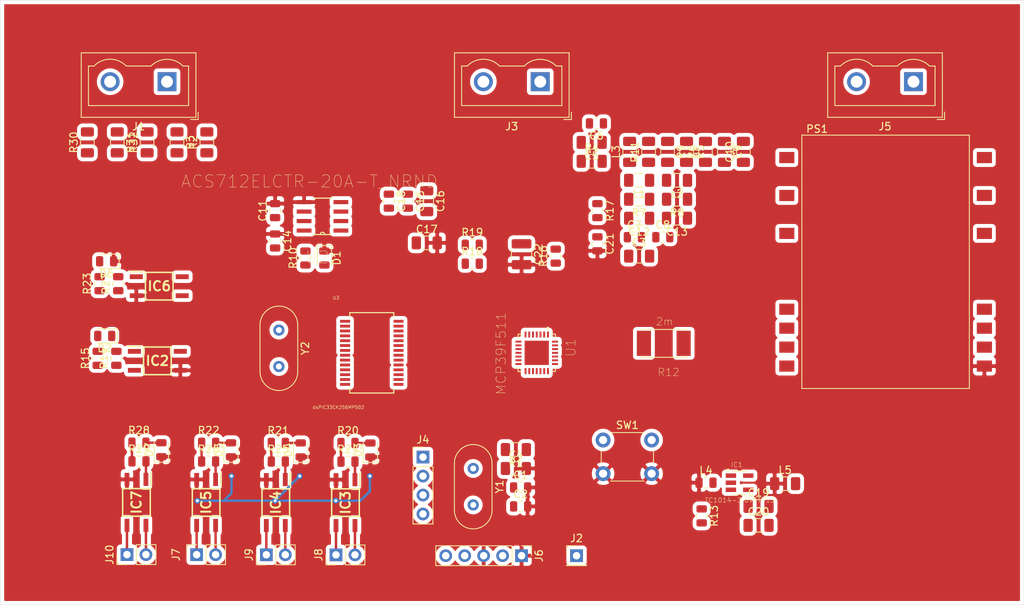
<source format=kicad_pcb>
(kicad_pcb (version 20171130) (host pcbnew "(5.1.4-0-10_14)")
  (title_block (title "Invertor Measurement Board") (date 10/3/2019) (rev 1.0) (company LORA) (comment 1 "Trần Hoàng Phương"))
  (layers (0 F.Cu power) (31 B.Cu signal) (34 B.Paste user) (35 F.Paste user) (36 B.SilkS user) (37 F.SilkS user) (38 B.Mask user) (39 F.Mask user) (44 Edge.Cuts user))
  (net 0 "")
  (net 1 GNDD)
  (net 2 "Net-(C1-Pad1)")
  (net 3 "Net-(C2-Pad1)")
  (net 4 GNDPWR)
  (net 5 /AVDD)
  (net 6 /3.3VDC)
  (net 7 "Net-(C6-Pad2)")
  (net 8 "Net-(C9-Pad2)")
  (net 9 "Net-(C10-Pad1)")
  (net 10 "Net-(C11-Pad1)")
  (net 11 "Net-(C12-Pad2)")
  (net 12 "Net-(C13-Pad1)")
  (net 13 "Net-(C15-Pad1)")
  (net 14 "Net-(C18-Pad1)")
  (net 15 "Net-(C19-Pad1)")
  (net 16 "Net-(C21-Pad1)")
  (net 17 "Net-(D1-Pad2)")
  (net 18 "Net-(D2-Pad2)")
  (net 19 "Net-(D3-Pad2)")
  (net 20 "Net-(D4-Pad2)")
  (net 21 "Net-(D5-Pad2)")
  (net 22 "Net-(D6-Pad2)")
  (net 23 "Net-(D7-Pad2)")
  (net 24 "Net-(IC1-Pad2)")
  (net 25 "Net-(IC1-Pad3)")
  (net 26 "Net-(IC2-Pad1)")
  (net 27 /RX)
  (net 28 "Net-(IC3-Pad1)")
  (net 29 "Net-(IC3-Pad3)")
  (net 30 "Net-(IC3-Pad4)")
  (net 31 "Net-(IC4-Pad4)")
  (net 32 "Net-(IC4-Pad3)")
  (net 33 "Net-(IC4-Pad1)")
  (net 34 "Net-(IC5-Pad4)")
  (net 35 "Net-(IC5-Pad3)")
  (net 36 "Net-(IC5-Pad1)")
  (net 37 "Net-(IC6-Pad1)")
  (net 38 /RXMCU)
  (net 39 "Net-(IC7-Pad4)")
  (net 40 "Net-(IC7-Pad3)")
  (net 41 "Net-(IC7-Pad1)")
  (net 42 "Net-(J1-Pad2)")
  (net 43 "Net-(J2-Pad1)")
  (net 44 /STRINGDC+)
  (net 45 /MISO)
  (net 46 /MOSI)
  (net 47 /SCK)
  (net 48 /~SS)
  (net 49 /AC\L)
  (net 50 /AC\N)
  (net 51 /GPD)
  (net 52 /GPC)
  (net 53 "Net-(L1-Pad1)")
  (net 54 "Net-(L1-Pad2)")
  (net 55 "Net-(L2-Pad2)")
  (net 56 "Net-(L2-Pad1)")
  (net 57 "Net-(L3-Pad1)")
  (net 58 "Net-(R2-Pad1)")
  (net 59 /VOLTDC)
  (net 60 "Net-(R4-Pad2)")
  (net 61 "Net-(R11-Pad2)")
  (net 62 /TXMCU)
  (net 63 "Net-(R16-Pad2)")
  (net 64 /EVENT1)
  (net 65 /EVENT2)
  (net 66 /PWD)
  (net 67 /TX)
  (net 68 /ZCD)
  (net 69 "Net-(R30-Pad2)")
  (net 70 "Net-(R31-Pad2)")
  (net 71 "Net-(U1-Pad2)")
  (net 72 "Net-(U1-Pad3)")
  (net 73 /PT1)
  (net 74 "Net-(U1-Pad8)")
  (net 75 "Net-(U1-Pad9)")
  (net 76 /PWM)
  (net 77 "Net-(U1-Pad28)")
  (net 78 /CURDC)
  (net 79 "Net-(U3-Pad1)")
  (net 80 "Net-(U3-Pad2)")
  (net 81 "Net-(U3-Pad15)")
  (net 82 "Net-(U3-Pad16)")
  (net 83 "Net-(U3-Pad21)")
  (net 84 "Net-(U3-Pad22)")
  (net 85 "Net-(U3-Pad23)")
  (net 86 "Net-(U3-Pad26)")
  (net 87 "Net-(U3-Pad28)")
  (module Connector_PinSocket_2.54mm:PinSocket_1x02_P2.54mm_Vertical (layer F.Cu) (at 43.083468 89.780982 90)
    (fp_text reference J7 (at 0 -2.77 90) (layer F.SilkS))
    (fp_text value PWD)
    (pad 1 thru_hole rect (at 0 0 90) (size 1.7 1.7) (drill 1) (layers *.Cu *.Mask) (net 35 "Net-(IC5-Pad3)"))
    (pad 2 thru_hole oval (at 0 2.54 90) (size 1.7 1.7) (drill 1) (layers *.Cu *.Mask) (net 34 "Net-(IC5-Pad4)"))
  )
  (module InvertorMeasurement_kicad:dsPIC33CK256MP502 (layer F.Cu) (at 66.548 62.738)
    (fp_text reference U3 (at -4.79394 -7.37869) (layer F.SilkS) (effects (font (size 0.437085 0.437085) (thickness 0.05))))
    (fp_text value dsPIC33CK256MP502 (at -4.46545 7.29544) (layer F.SilkS) (effects (font (size 0.432147 0.432147) (thickness 0.05))))
    (pad 1 smd rect (at -3.5814 -4.22656) (size 1.3462 0.381) (layers F.Cu F.Paste F.Mask) (net 79 "Net-(U3-Pad1)"))
    (pad 2 smd rect (at -3.5814 -3.57632) (size 1.3462 0.381) (layers F.Cu F.Paste F.Mask) (net 80 "Net-(U3-Pad2)"))
    (pad 3 smd rect (at -3.5814 -2.92608) (size 1.3462 0.381) (layers F.Cu F.Paste F.Mask) (net 59 /VOLTDC))
    (pad 4 smd rect (at -3.5814 -2.27584) (size 1.3462 0.381) (layers F.Cu F.Paste F.Mask) (net 78 /CURDC))
    (pad 5 smd rect (at -3.5814 -1.6256) (size 1.3462 0.381) (layers F.Cu F.Paste F.Mask) (net 5 /AVDD))
    (pad 6 smd rect (at -3.5814 -0.975359) (size 1.3462 0.381) (layers F.Cu F.Paste F.Mask) (net 4 GNDPWR))
    (pad 7 smd rect (at -3.5814 -0.325119) (size 1.3462 0.381) (layers F.Cu F.Paste F.Mask) (net 6 /3.3VDC))
    (pad 8 smd rect (at -3.5814 0.325119) (size 1.3462 0.381) (layers F.Cu F.Paste F.Mask) (net 1 GNDD))
    (pad 9 smd rect (at -3.5814 0.975359) (size 1.3462 0.381) (layers F.Cu F.Paste F.Mask) (net 13 "Net-(C15-Pad1)"))
    (pad 10 smd rect (at -3.5814 1.6256) (size 1.3462 0.381) (layers F.Cu F.Paste F.Mask) (net 14 "Net-(C18-Pad1)"))
    (pad 11 smd rect (at -3.5814 2.27584) (size 1.3462 0.381) (layers F.Cu F.Paste F.Mask) (net 45 /MISO))
    (pad 12 smd rect (at -3.5814 2.92608) (size 1.3462 0.381) (layers F.Cu F.Paste F.Mask) (net 46 /MOSI))
    (pad 13 smd rect (at -3.5814 3.57632) (size 1.3462 0.381) (layers F.Cu F.Paste F.Mask) (net 47 /SCK))
    (pad 14 smd rect (at -3.5814 4.22656) (size 1.3462 0.381) (layers F.Cu F.Paste F.Mask) (net 48 /~SS))
    (pad 15 smd rect (at 3.5814 4.22656) (size 1.3462 0.381) (layers F.Cu F.Paste F.Mask) (net 81 "Net-(U3-Pad15)"))
    (pad 16 smd rect (at 3.5814 3.57632) (size 1.3462 0.381) (layers F.Cu F.Paste F.Mask) (net 82 "Net-(U3-Pad16)"))
    (pad 17 smd rect (at 3.5814 2.92608) (size 1.3462 0.381) (layers F.Cu F.Paste F.Mask) (net 52 /GPC))
    (pad 18 smd rect (at 3.5814 2.27584) (size 1.3462 0.381) (layers F.Cu F.Paste F.Mask) (net 51 /GPD))
    (pad 19 smd rect (at 3.5814 1.6256) (size 1.3462 0.381) (layers F.Cu F.Paste F.Mask) (net 1 GNDD))
    (pad 20 smd rect (at 3.5814 0.975359) (size 1.3462 0.381) (layers F.Cu F.Paste F.Mask) (net 6 /3.3VDC))
    (pad 21 smd rect (at 3.5814 0.325119) (size 1.3462 0.381) (layers F.Cu F.Paste F.Mask) (net 83 "Net-(U3-Pad21)"))
    (pad 22 smd rect (at 3.5814 -0.325119) (size 1.3462 0.381) (layers F.Cu F.Paste F.Mask) (net 84 "Net-(U3-Pad22)"))
    (pad 23 smd rect (at 3.5814 -0.975359) (size 1.3462 0.381) (layers F.Cu F.Paste F.Mask) (net 85 "Net-(U3-Pad23)"))
    (pad 24 smd rect (at 3.5814 -1.6256) (size 1.3462 0.381) (layers F.Cu F.Paste F.Mask) (net 38 /RXMCU))
    (pad 25 smd rect (at 3.5814 -2.27584) (size 1.3462 0.381) (layers F.Cu F.Paste F.Mask) (net 62 /TXMCU))
    (pad 26 smd rect (at 3.5814 -2.92608) (size 1.3462 0.381) (layers F.Cu F.Paste F.Mask) (net 86 "Net-(U3-Pad26)"))
    (pad 27 smd rect (at 3.5814 -3.57632) (size 1.3462 0.381) (layers F.Cu F.Paste F.Mask) (net 63 "Net-(R16-Pad2)"))
    (pad 28 smd rect (at 3.5814 -4.22656) (size 1.3462 0.381) (layers F.Cu F.Paste F.Mask) (net 87 "Net-(U3-Pad28)"))
  )
  (module InvertorMeasurement_kicad:ShuntMF0.0002Ohm2512 (layer F.Cu) (at 105.664 61.468 180)
    (fp_text reference R12 (at -0.64449 -3.86504) (layer F.SilkS) (effects (font (size 1.01441 1.01441) (thickness 0.05))))
    (fp_text value 2m (at -0.105215 2.91545) (layer F.SilkS) (effects (font (size 1.0185 1.0185) (thickness 0.05))))
    (pad 1 smd rect (at -2.66 0 180) (size 1.9 3.37) (layers F.Cu F.Paste F.Mask) (net 49 /AC\L))
    (pad 2 smd rect (at 2.66 0 180) (size 1.9 3.37) (layers F.Cu F.Paste F.Mask) (net 55 "Net-(L2-Pad2)"))
  )
  (module TerminalBlock:TerminalBlock_Wuerth_691311400102_P7.62mm (layer F.Cu) (at 39.116 26.416 180)
    (fp_text reference J1 (at 3.81 -6) (layer F.SilkS))
    (fp_text value "PV(max600VDC)")
    (pad 1 thru_hole rect (at 0 0 180) (size 2.54 2.54) (drill 1.6) (layers *.Cu *.Mask) (net 4 GNDPWR))
    (pad 2 thru_hole circle (at 7.62 0 180) (size 2.54 2.54) (drill 1.6) (layers *.Cu *.Mask) (net 42 "Net-(J1-Pad2)"))
  )
  (module Capacitor_SMD:C_0805_2012Metric (layer F.Cu) (at 86.487 80.772)
    (fp_text reference C1 (at 0 -1.65) (layer F.SilkS))
    (fp_text value C)
    (pad 2 smd roundrect (at 0.9375 0) (size 0.975 1.4) (layers F.Cu F.Paste F.Mask) (net 1 GNDD))
    (pad 1 smd roundrect (at -0.9375 0) (size 0.975 1.4) (layers F.Cu F.Paste F.Mask) (net 2 "Net-(C1-Pad1)"))
  )
  (module Capacitor_SMD:C_0805_2012Metric (layer F.Cu) (at 86.487 83.312)
    (fp_text reference C2 (at 0 -1.65) (layer F.SilkS))
    (fp_text value C)
    (pad 1 smd roundrect (at -0.9375 0) (size 0.975 1.4) (layers F.Cu F.Paste F.Mask) (net 3 "Net-(C2-Pad1)"))
    (pad 2 smd roundrect (at 0.9375 0) (size 0.975 1.4) (layers F.Cu F.Paste F.Mask) (net 1 GNDD))
  )
  (module Capacitor_SMD:C_1206_3216Metric (layer F.Cu) (at 102.362 49.784)
    (fp_text reference C3 (at 0 -1.82) (layer F.SilkS))
    (fp_text value C)
    (pad 2 smd roundrect (at 1.4 0) (size 1.25 1.75) (layers F.Cu F.Paste F.Mask) (roundrect_rratio 0.2) (net 4 GNDPWR))
    (pad 1 smd roundrect (at -1.4 0) (size 1.25 1.75) (layers F.Cu F.Paste F.Mask) (roundrect_rratio 0.2) (net 5 /AVDD))
  )
  (module Capacitor_SMD:C_1206_3216Metric (layer F.Cu) (at 85.852 78.232)
    (fp_text reference C4 (at 0 -1.82) (layer F.SilkS))
    (fp_text value C)
    (pad 1 smd roundrect (at -1.4 0) (size 1.25 1.75) (layers F.Cu F.Paste F.Mask) (roundrect_rratio 0.2) (net 6 /3.3VDC))
    (pad 2 smd roundrect (at 1.4 0) (size 1.25 1.75) (layers F.Cu F.Paste F.Mask) (roundrect_rratio 0.2) (net 1 GNDD))
  )
  (module Capacitor_SMD:C_1206_3216Metric (layer F.Cu) (at 96.012 34.544 180)
    (fp_text reference C5 (at 0 -1.82) (layer F.SilkS))
    (fp_text value 10uF)
    (pad 1 smd roundrect (at -1.4 0 180) (size 1.25 1.75) (layers F.Cu F.Paste F.Mask) (roundrect_rratio 0.2) (net 4 GNDPWR))
    (pad 2 smd roundrect (at 1.4 0 180) (size 1.25 1.75) (layers F.Cu F.Paste F.Mask) (roundrect_rratio 0.2) (net 6 /3.3VDC))
  )
  (module Capacitor_SMD:C_0805_2012Metric (layer F.Cu) (at 96.647 32.004 180)
    (fp_text reference C6 (at 0 -1.65) (layer F.SilkS))
    (fp_text value 0.1uF)
    (pad 1 smd roundrect (at -0.9375 0 180) (size 0.975 1.4) (layers F.Cu F.Paste F.Mask) (net 4 GNDPWR))
    (pad 2 smd roundrect (at 0.9375 0 180) (size 0.975 1.4) (layers F.Cu F.Paste F.Mask) (net 7 "Net-(C6-Pad2)"))
  )
  (module Capacitor_SMD:C_0805_2012Metric (layer F.Cu) (at 101.727 47.244)
    (fp_text reference C7 (at 0 -1.65) (layer F.SilkS))
    (fp_text value C)
    (pad 1 smd roundrect (at -0.9375 0) (size 0.975 1.4) (layers F.Cu F.Paste F.Mask) (net 5 /AVDD))
    (pad 2 smd roundrect (at 0.9375 0) (size 0.975 1.4) (layers F.Cu F.Paste F.Mask) (net 4 GNDPWR))
  )
  (module Capacitor_SMD:C_0805_2012Metric (layer F.Cu) (at 105.537 47.244)
    (fp_text reference C8 (at 0 -1.65) (layer F.SilkS))
    (fp_text value C)
    (pad 2 smd roundrect (at 0.9375 0) (size 0.975 1.4) (layers F.Cu F.Paste F.Mask) (net 4 GNDPWR))
    (pad 1 smd roundrect (at -0.9375 0) (size 0.975 1.4) (layers F.Cu F.Paste F.Mask) (net 4 GNDPWR))
  )
  (module Capacitor_SMD:C_1206_3216Metric (layer F.Cu) (at 113.792 35.814 270)
    (fp_text reference C9 (at 0 -1.82 90) (layer F.SilkS))
    (fp_text value 33nF)
    (pad 2 smd roundrect (at 1.4 0 270) (size 1.25 1.75) (layers F.Cu F.Paste F.Mask) (roundrect_rratio 0.2) (net 8 "Net-(C9-Pad2)"))
    (pad 1 smd roundrect (at -1.4 0 270) (size 1.25 1.75) (layers F.Cu F.Paste F.Mask) (roundrect_rratio 0.2) (net 4 GNDPWR))
  )
  (module Capacitor_SMD:C_1206_3216Metric (layer F.Cu) (at 116.332 35.814 90)
    (fp_text reference C10 (at 0 -1.82 90) (layer F.SilkS))
    (fp_text value 33nF)
    (pad 1 smd roundrect (at -1.4 0 90) (size 1.25 1.75) (layers F.Cu F.Paste F.Mask) (roundrect_rratio 0.2) (net 9 "Net-(C10-Pad1)"))
    (pad 2 smd roundrect (at 1.4 0 90) (size 1.25 1.75) (layers F.Cu F.Paste F.Mask) (roundrect_rratio 0.2) (net 4 GNDPWR))
  )
  (module Capacitor_SMD:C_0805_2012Metric (layer F.Cu) (at 53.594 43.688 90)
    (fp_text reference C11 (at 0 -1.65 90) (layer F.SilkS))
    (fp_text value C)
    (pad 1 smd roundrect (at -0.9375 0 90) (size 0.975 1.4) (layers F.Cu F.Paste F.Mask) (net 10 "Net-(C11-Pad1)"))
    (pad 2 smd roundrect (at 0.9375 0 90) (size 0.975 1.4) (layers F.Cu F.Paste F.Mask) (net 1 GNDD))
  )
  (module Capacitor_SMD:C_1206_3216Metric (layer F.Cu) (at 102.362 44.704 180)
    (fp_text reference C12 (at 0 -1.82) (layer F.SilkS))
    (fp_text value 33nF)
    (pad 1 smd roundrect (at -1.4 0 180) (size 1.25 1.75) (layers F.Cu F.Paste F.Mask) (roundrect_rratio 0.2) (net 4 GNDPWR))
    (pad 2 smd roundrect (at 1.4 0 180) (size 1.25 1.75) (layers F.Cu F.Paste F.Mask) (roundrect_rratio 0.2) (net 11 "Net-(C12-Pad2)"))
  )
  (module Capacitor_SMD:C_1206_3216Metric (layer F.Cu) (at 107.442 44.704 180)
    (fp_text reference C13 (at 0 -1.82) (layer F.SilkS))
    (fp_text value 33nF)
    (pad 2 smd roundrect (at 1.4 0 180) (size 1.25 1.75) (layers F.Cu F.Paste F.Mask) (roundrect_rratio 0.2) (net 4 GNDPWR))
    (pad 1 smd roundrect (at -1.4 0 180) (size 1.25 1.75) (layers F.Cu F.Paste F.Mask) (roundrect_rratio 0.2) (net 12 "Net-(C13-Pad1)"))
  )
  (module Capacitor_SMD:C_0805_2012Metric (layer F.Cu) (at 53.594 47.752 270)
    (fp_text reference C14 (at 0 -1.65 90) (layer F.SilkS))
    (fp_text value C)
    (pad 1 smd roundrect (at -0.9375 0 270) (size 0.975 1.4) (layers F.Cu F.Paste F.Mask) (net 1 GNDD))
    (pad 2 smd roundrect (at 0.9375 0 270) (size 0.975 1.4) (layers F.Cu F.Paste F.Mask) (net 6 /3.3VDC))
  )
  (module Capacitor_SMD:C_0805_2012Metric (layer F.Cu) (at 71.374 42.418 270)
    (fp_text reference C15 (at 0 -1.65 90) (layer F.SilkS))
    (fp_text value C)
    (pad 2 smd roundrect (at 0.9375 0 270) (size 0.975 1.4) (layers F.Cu F.Paste F.Mask) (net 4 GNDPWR))
    (pad 1 smd roundrect (at -0.9375 0 270) (size 0.975 1.4) (layers F.Cu F.Paste F.Mask) (net 13 "Net-(C15-Pad1)"))
  )
  (module Capacitor_SMD:C_1206_3216Metric (layer F.Cu) (at 73.914 42.418 270)
    (fp_text reference C16 (at 0 -1.82 90) (layer F.SilkS))
    (fp_text value C)
    (pad 1 smd roundrect (at -1.4 0 270) (size 1.25 1.75) (layers F.Cu F.Paste F.Mask) (roundrect_rratio 0.2) (net 5 /AVDD))
    (pad 2 smd roundrect (at 1.4 0 270) (size 1.25 1.75) (layers F.Cu F.Paste F.Mask) (roundrect_rratio 0.2) (net 4 GNDPWR))
  )
  (module Capacitor_SMD:C_1206_3216Metric (layer F.Cu) (at 73.914 48.006)
    (fp_text reference C17 (at 0 -1.82) (layer F.SilkS))
    (fp_text value C)
    (pad 2 smd roundrect (at 1.4 0) (size 1.25 1.75) (layers F.Cu F.Paste F.Mask) (roundrect_rratio 0.2) (net 1 GNDD))
    (pad 1 smd roundrect (at -1.4 0) (size 1.25 1.75) (layers F.Cu F.Paste F.Mask) (roundrect_rratio 0.2) (net 6 /3.3VDC))
  )
  (module Capacitor_SMD:C_0805_2012Metric (layer F.Cu) (at 68.834 42.418 270)
    (fp_text reference C18 (at 0 -1.65 90) (layer F.SilkS))
    (fp_text value C)
    (pad 2 smd roundrect (at 0.9375 0 270) (size 0.975 1.4) (layers F.Cu F.Paste F.Mask) (net 4 GNDPWR))
    (pad 1 smd roundrect (at -0.9375 0 270) (size 0.975 1.4) (layers F.Cu F.Paste F.Mask) (net 14 "Net-(C18-Pad1)"))
  )
  (module Capacitor_SMD:C_1206_3216Metric (layer F.Cu) (at 118.364 83.312)
    (fp_text reference C19 (at 0 -1.82) (layer F.SilkS))
    (fp_text value C)
    (pad 2 smd roundrect (at 1.4 0) (size 1.25 1.75) (layers F.Cu F.Paste F.Mask) (roundrect_rratio 0.2) (net 4 GNDPWR))
    (pad 1 smd roundrect (at -1.4 0) (size 1.25 1.75) (layers F.Cu F.Paste F.Mask) (roundrect_rratio 0.2) (net 15 "Net-(C19-Pad1)"))
  )
  (module Capacitor_SMD:C_1206_3216Metric (layer F.Cu) (at 118.364 85.852)
    (fp_text reference C20 (at 0 -1.82) (layer F.SilkS))
    (fp_text value C)
    (pad 1 smd roundrect (at -1.4 0) (size 1.25 1.75) (layers F.Cu F.Paste F.Mask) (roundrect_rratio 0.2) (net 5 /AVDD))
    (pad 2 smd roundrect (at 1.4 0) (size 1.25 1.75) (layers F.Cu F.Paste F.Mask) (roundrect_rratio 0.2) (net 4 GNDPWR))
  )
  (module Capacitor_SMD:C_0805_2012Metric (layer F.Cu) (at 96.774 48.133 270)
    (fp_text reference C21 (at 0 -1.65 90) (layer F.SilkS))
    (fp_text value C)
    (pad 2 smd roundrect (at 0.9375 0 270) (size 0.975 1.4) (layers F.Cu F.Paste F.Mask) (net 1 GNDD))
    (pad 1 smd roundrect (at -0.9375 0 270) (size 0.975 1.4) (layers F.Cu F.Paste F.Mask) (net 16 "Net-(C21-Pad1)"))
  )
  (module Capacitor_SMD:C_1210_3225Metric (layer F.Cu) (at 86.614 49.53 270)
    (fp_text reference C22 (at 0 -2.28 90) (layer F.SilkS))
    (fp_text value C)
    (pad 1 smd roundrect (at -1.4 0 270) (size 1.25 2.65) (layers F.Cu F.Paste F.Mask) (roundrect_rratio 0.2) (net 6 /3.3VDC))
    (pad 2 smd roundrect (at 1.4 0 270) (size 1.25 2.65) (layers F.Cu F.Paste F.Mask) (roundrect_rratio 0.2) (net 1 GNDD))
  )
  (module LED_SMD:LED_0805_2012Metric (layer F.Cu) (at 60.198 50.038 270)
    (fp_text reference D1 (at 0 -1.65 90) (layer F.SilkS))
    (fp_text value LED)
    (pad 1 smd roundrect (at -0.9375 0 270) (size 0.975 1.4) (layers F.Cu F.Paste F.Mask) (net 1 GNDD))
    (pad 2 smd roundrect (at 0.9375 0 270) (size 0.975 1.4) (layers F.Cu F.Paste F.Mask) (net 17 "Net-(D1-Pad2)"))
  )
  (module LED_SMD:LED_0805_2012Metric (layer F.Cu) (at 30.770859 60.474134 180)
    (fp_text reference D2 (at 0 -1.65) (layer F.SilkS))
    (fp_text value LED)
    (pad 2 smd roundrect (at 0.9375 0 180) (size 0.975 1.4) (layers F.Cu F.Paste F.Mask) (net 18 "Net-(D2-Pad2)"))
    (pad 1 smd roundrect (at -0.9375 0 180) (size 0.975 1.4) (layers F.Cu F.Paste F.Mask) (net 4 GNDPWR))
  )
  (module LED_SMD:LED_0805_2012Metric (layer F.Cu) (at 66.358266 75.754259 90)
    (fp_text reference D3 (at 0 -1.65 90) (layer F.SilkS))
    (fp_text value LED)
    (pad 1 smd roundrect (at -0.9375 0 90) (size 0.975 1.4) (layers F.Cu F.Paste F.Mask) (net 1 GNDD))
    (pad 2 smd roundrect (at 0.9375 0 90) (size 0.975 1.4) (layers F.Cu F.Paste F.Mask) (net 19 "Net-(D3-Pad2)"))
  )
  (module LED_SMD:LED_0805_2012Metric (layer F.Cu) (at 57.025 75.744 90)
    (fp_text reference D4 (at 0 -1.65 90) (layer F.SilkS))
    (fp_text value LED)
    (pad 1 smd roundrect (at -0.9375 0 90) (size 0.975 1.4) (layers F.Cu F.Paste F.Mask) (net 1 GNDD))
    (pad 2 smd roundrect (at 0.9375 0 90) (size 0.975 1.4) (layers F.Cu F.Paste F.Mask) (net 20 "Net-(D4-Pad2)"))
  )
  (module LED_SMD:LED_0805_2012Metric (layer F.Cu) (at 47.689234 75.731241 90)
    (fp_text reference D5 (at 0 -1.65 90) (layer F.SilkS))
    (fp_text value LED)
    (pad 2 smd roundrect (at 0.9375 0 90) (size 0.975 1.4) (layers F.Cu F.Paste F.Mask) (net 21 "Net-(D5-Pad2)"))
    (pad 1 smd roundrect (at -0.9375 0 90) (size 0.975 1.4) (layers F.Cu F.Paste F.Mask) (net 1 GNDD))
  )
  (module LED_SMD:LED_0805_2012Metric (layer F.Cu) (at 31.024859 50.474134 180)
    (fp_text reference D6 (at 0 -1.65) (layer F.SilkS))
    (fp_text value LED)
    (pad 1 smd roundrect (at -0.9375 0 180) (size 0.975 1.4) (layers F.Cu F.Paste F.Mask) (net 1 GNDD))
    (pad 2 smd roundrect (at 0.9375 0 180) (size 0.975 1.4) (layers F.Cu F.Paste F.Mask) (net 22 "Net-(D6-Pad2)"))
  )
  (module LED_SMD:LED_0805_2012Metric (layer F.Cu) (at 38.355968 75.720982 90)
    (fp_text reference D7 (at 0 -1.65 90) (layer F.SilkS))
    (fp_text value LED)
    (pad 2 smd roundrect (at 0.9375 0 90) (size 0.975 1.4) (layers F.Cu F.Paste F.Mask) (net 23 "Net-(D7-Pad2)"))
    (pad 1 smd roundrect (at -0.9375 0 90) (size 0.975 1.4) (layers F.Cu F.Paste F.Mask) (net 1 GNDD))
  )
  (module InvertorMeasurement_kicad:TC1014-3.0V (layer F.Cu) (at 115.824 80.137)
    (fp_text reference IC1 (at -0.3744 -2.4064) (layer F.SilkS) (effects (font (size 0.64 0.64) (thickness 0.05))))
    (fp_text value TC1014-3.0VCT713 (at 0.032 2.3436) (layer F.SilkS) (effects (font (size 0.64 0.64) (thickness 0.05))))
    (pad 1 smd rect (at -1.165 -0.95) (size 1.39 0.6) (layers F.Cu F.Paste F.Mask) (net 6 /3.3VDC))
    (pad 2 smd rect (at -1.165 0) (size 1.39 0.6) (layers F.Cu F.Paste F.Mask) (net 24 "Net-(IC1-Pad2)"))
    (pad 3 smd rect (at -1.165 0.95) (size 1.39 0.6) (layers F.Cu F.Paste F.Mask) (net 25 "Net-(IC1-Pad3)"))
    (pad 4 smd rect (at 1.165 0.95) (size 1.39 0.6) (layers F.Cu F.Paste F.Mask) (net 15 "Net-(C19-Pad1)"))
    (pad 5 smd rect (at 1.165 -0.95) (size 1.39 0.6) (layers F.Cu F.Paste F.Mask) (net 5 /AVDD))
  )
  (module InvertorMeasurement_kicad:HCPL-181-000E (layer F.Cu) (at 37.8206 63.8099)
    (fp_text reference IC2 (at 0 0) (layer F.SilkS) (effects (font (size 1.27 1.27) (thickness 0.254))))
    (fp_text value HCPL-181-000E hide)
    (pad 1 smd rect (at -3.075 -1.27 90) (size 0.65 1.75) (layers F.Cu F.Paste F.Mask) (net 26 "Net-(IC2-Pad1)"))
    (pad 2 smd rect (at -3.075 1.27 90) (size 0.65 1.75) (layers F.Cu F.Paste F.Mask) (net 4 GNDPWR))
    (pad 3 smd rect (at 3.075 1.27 90) (size 0.65 1.75) (layers F.Cu F.Paste F.Mask) (net 1 GNDD))
    (pad 4 smd rect (at 3.075 -1.27 90) (size 0.65 1.75) (layers F.Cu F.Paste F.Mask) (net 27 /RX))
  )
  (module InvertorMeasurement_kicad:HCPL-181-000E (layer F.Cu) (at 63.0225 82.804 270)
    (fp_text reference IC3 (at 0 0 90) (layer F.SilkS) (effects (font (size 1.27 1.27) (thickness 0.254))))
    (fp_text value HCPL-181-000E hide)
    (pad 1 smd rect (at -3.075 -1.27) (size 0.65 1.75) (layers F.Cu F.Paste F.Mask) (net 28 "Net-(IC3-Pad1)"))
    (pad 2 smd rect (at -3.075 1.27) (size 0.65 1.75) (layers F.Cu F.Paste F.Mask) (net 1 GNDD))
    (pad 3 smd rect (at 3.075 1.27) (size 0.65 1.75) (layers F.Cu F.Paste F.Mask) (net 29 "Net-(IC3-Pad3)"))
    (pad 4 smd rect (at 3.075 -1.27) (size 0.65 1.75) (layers F.Cu F.Paste F.Mask) (net 30 "Net-(IC3-Pad4)"))
  )
  (module InvertorMeasurement_kicad:HCPL-181-000E (layer F.Cu) (at 53.689234 82.793741 270)
    (fp_text reference IC4 (at 0 0 90) (layer F.SilkS) (effects (font (size 1.27 1.27) (thickness 0.254))))
    (fp_text value HCPL-181-000E hide)
    (pad 4 smd rect (at 3.075 -1.27) (size 0.65 1.75) (layers F.Cu F.Paste F.Mask) (net 31 "Net-(IC4-Pad4)"))
    (pad 3 smd rect (at 3.075 1.27) (size 0.65 1.75) (layers F.Cu F.Paste F.Mask) (net 32 "Net-(IC4-Pad3)"))
    (pad 2 smd rect (at -3.075 1.27) (size 0.65 1.75) (layers F.Cu F.Paste F.Mask) (net 1 GNDD))
    (pad 1 smd rect (at -3.075 -1.27) (size 0.65 1.75) (layers F.Cu F.Paste F.Mask) (net 33 "Net-(IC4-Pad1)"))
  )
  (module InvertorMeasurement_kicad:HCPL-181-000E (layer F.Cu) (at 44.353468 82.780982 270)
    (fp_text reference IC5 (at 0 0 90) (layer F.SilkS) (effects (font (size 1.27 1.27) (thickness 0.254))))
    (fp_text value HCPL-181-000E hide)
    (pad 4 smd rect (at 3.075 -1.27) (size 0.65 1.75) (layers F.Cu F.Paste F.Mask) (net 34 "Net-(IC5-Pad4)"))
    (pad 3 smd rect (at 3.075 1.27) (size 0.65 1.75) (layers F.Cu F.Paste F.Mask) (net 35 "Net-(IC5-Pad3)"))
    (pad 2 smd rect (at -3.075 1.27) (size 0.65 1.75) (layers F.Cu F.Paste F.Mask) (net 1 GNDD))
    (pad 1 smd rect (at -3.075 -1.27) (size 0.65 1.75) (layers F.Cu F.Paste F.Mask) (net 36 "Net-(IC5-Pad1)"))
  )
  (module InvertorMeasurement_kicad:HCPL-181-000E (layer F.Cu) (at 38.0746 53.8099)
    (fp_text reference IC6 (at 0 0) (layer F.SilkS) (effects (font (size 1.27 1.27) (thickness 0.254))))
    (fp_text value HCPL-181-000E hide)
    (pad 1 smd rect (at -3.075 -1.27 90) (size 0.65 1.75) (layers F.Cu F.Paste F.Mask) (net 37 "Net-(IC6-Pad1)"))
    (pad 2 smd rect (at -3.075 1.27 90) (size 0.65 1.75) (layers F.Cu F.Paste F.Mask) (net 1 GNDD))
    (pad 3 smd rect (at 3.075 1.27 90) (size 0.65 1.75) (layers F.Cu F.Paste F.Mask) (net 4 GNDPWR))
    (pad 4 smd rect (at 3.075 -1.27 90) (size 0.65 1.75) (layers F.Cu F.Paste F.Mask) (net 38 /RXMCU))
  )
  (module InvertorMeasurement_kicad:HCPL-181-000E (layer F.Cu) (at 35.020202 82.770723 270)
    (fp_text reference IC7 (at 0 0 90) (layer F.SilkS) (effects (font (size 1.27 1.27) (thickness 0.254))))
    (fp_text value HCPL-181-000E hide)
    (pad 4 smd rect (at 3.075 -1.27) (size 0.65 1.75) (layers F.Cu F.Paste F.Mask) (net 39 "Net-(IC7-Pad4)"))
    (pad 3 smd rect (at 3.075 1.27) (size 0.65 1.75) (layers F.Cu F.Paste F.Mask) (net 40 "Net-(IC7-Pad3)"))
    (pad 2 smd rect (at -3.075 1.27) (size 0.65 1.75) (layers F.Cu F.Paste F.Mask) (net 1 GNDD))
    (pad 1 smd rect (at -3.075 -1.27) (size 0.65 1.75) (layers F.Cu F.Paste F.Mask) (net 41 "Net-(IC7-Pad1)"))
  )
  (module Connector_PinHeader_2.54mm:PinHeader_1x01_P2.54mm_Vertical (layer F.Cu) (at 93.98 89.916)
    (fp_text reference J2 (at 0 -2.33) (layer F.SilkS))
    (fp_text value AN_IN)
    (pad 1 thru_hole rect (at 0 0) (size 1.7 1.7) (drill 1) (layers *.Cu *.Mask) (net 43 "Net-(J2-Pad1)"))
  )
  (module TerminalBlock:TerminalBlock_Wuerth_691311400102_P7.62mm (layer F.Cu) (at 89.116 26.416 180)
    (fp_text reference J3 (at 3.81 -6) (layer F.SilkS))
    (fp_text value STRINGTOINVERTER)
    (pad 2 thru_hole circle (at 7.62 0 180) (size 2.54 2.54) (drill 1.6) (layers *.Cu *.Mask) (net 4 GNDPWR))
    (pad 1 thru_hole rect (at 0 0 180) (size 2.54 2.54) (drill 1.6) (layers *.Cu *.Mask) (net 44 /STRINGDC+))
  )
  (module Connector_PinHeader_2.54mm:PinHeader_1x04_P2.54mm_Vertical (layer F.Cu) (at 73.406 76.708)
    (fp_text reference J4 (at 0 -2.33) (layer F.SilkS))
    (fp_text value SPI)
    (pad 1 thru_hole rect (at 0 0) (size 1.7 1.7) (drill 1) (layers *.Cu *.Mask) (net 45 /MISO))
    (pad 2 thru_hole oval (at 0 2.54) (size 1.7 1.7) (drill 1) (layers *.Cu *.Mask) (net 46 /MOSI))
    (pad 3 thru_hole oval (at 0 5.08) (size 1.7 1.7) (drill 1) (layers *.Cu *.Mask) (net 47 /SCK))
    (pad 4 thru_hole oval (at 0 7.62) (size 1.7 1.7) (drill 1) (layers *.Cu *.Mask) (net 48 /~SS))
  )
  (module TerminalBlock:TerminalBlock_Wuerth_691311400102_P7.62mm (layer F.Cu) (at 139.116 26.416 180)
    (fp_text reference J5 (at 3.81 -6) (layer F.SilkS))
    (fp_text value "PV(AC)")
    (pad 1 thru_hole rect (at 0 0 180) (size 2.54 2.54) (drill 1.6) (layers *.Cu *.Mask) (net 50 /AC\N))
    (pad 2 thru_hole circle (at 7.62 0 180) (size 2.54 2.54) (drill 1.6) (layers *.Cu *.Mask) (net 49 /AC\L))
  )
  (module Connector_PinHeader_2.54mm:PinHeader_1x05_P2.54mm_Vertical (layer F.Cu) (at 86.614 89.916 270)
    (fp_text reference J6 (at 0 -2.33 90) (layer F.SilkS))
    (fp_text value DEBUGER)
    (pad 1 thru_hole rect (at 0 0 270) (size 1.7 1.7) (drill 1) (layers *.Cu *.Mask) (net 1 GNDD))
    (pad 2 thru_hole oval (at 0 2.54 270) (size 1.7 1.7) (drill 1) (layers *.Cu *.Mask) (net 5 /AVDD))
    (pad 3 thru_hole oval (at 0 5.08 270) (size 1.7 1.7) (drill 1) (layers *.Cu *.Mask) (net 1 GNDD))
    (pad 4 thru_hole oval (at 0 7.62 270) (size 1.7 1.7) (drill 1) (layers *.Cu *.Mask) (net 51 /GPD))
    (pad 5 thru_hole oval (at 0 10.16 270) (size 1.7 1.7) (drill 1) (layers *.Cu *.Mask) (net 52 /GPC))
  )
  (module Connector_PinHeader_2.54mm:PinHeader_1x02_P2.54mm_Vertical (layer F.Cu) (at 61.7525 89.804 90)
    (fp_text reference J8 (at 0 -2.33 90) (layer F.SilkS))
    (fp_text value EVENT1)
    (pad 1 thru_hole rect (at 0 0 90) (size 1.7 1.7) (drill 1) (layers *.Cu *.Mask) (net 29 "Net-(IC3-Pad3)"))
    (pad 2 thru_hole oval (at 0 2.54 90) (size 1.7 1.7) (drill 1) (layers *.Cu *.Mask) (net 30 "Net-(IC3-Pad4)"))
  )
  (module Connector_PinHeader_2.54mm:PinHeader_1x02_P2.54mm_Vertical (layer F.Cu) (at 52.419234 89.793741 90)
    (fp_text reference J9 (at 0 -2.33 90) (layer F.SilkS))
    (fp_text value EVENT2)
    (pad 1 thru_hole rect (at 0 0 90) (size 1.7 1.7) (drill 1) (layers *.Cu *.Mask) (net 32 "Net-(IC4-Pad3)"))
    (pad 2 thru_hole oval (at 0 2.54 90) (size 1.7 1.7) (drill 1) (layers *.Cu *.Mask) (net 31 "Net-(IC4-Pad4)"))
  )
  (module Connector_PinHeader_2.54mm:PinHeader_1x02_P2.54mm_Vertical (layer F.Cu) (at 33.750202 89.770723 90)
    (fp_text reference J10 (at 0 -2.33 90) (layer F.SilkS))
    (fp_text value ZCD)
    (pad 2 thru_hole oval (at 0 2.54 90) (size 1.7 1.7) (drill 1) (layers *.Cu *.Mask) (net 39 "Net-(IC7-Pad4)"))
    (pad 1 thru_hole rect (at 0 0 90) (size 1.7 1.7) (drill 1) (layers *.Cu *.Mask) (net 40 "Net-(IC7-Pad3)"))
  )
  (module Inductor_SMD:L_1206_3216Metric (layer F.Cu) (at 102.362 39.624 180)
    (fp_text reference L1 (at 0 -1.82) (layer F.SilkS))
    (fp_text value L)
    (pad 1 smd roundrect (at -1.4 0 180) (size 1.25 1.75) (layers F.Cu F.Paste F.Mask) (roundrect_rratio 0.2) (net 53 "Net-(L1-Pad1)"))
    (pad 2 smd roundrect (at 1.4 0 180) (size 1.25 1.75) (layers F.Cu F.Paste F.Mask) (roundrect_rratio 0.2) (net 54 "Net-(L1-Pad2)"))
  )
  (module Inductor_SMD:L_1206_3216Metric (layer F.Cu) (at 107.442 39.624 180)
    (fp_text reference L2 (at 0 -1.82) (layer F.SilkS))
    (fp_text value L)
    (pad 2 smd roundrect (at 1.4 0 180) (size 1.25 1.75) (layers F.Cu F.Paste F.Mask) (roundrect_rratio 0.2) (net 55 "Net-(L2-Pad2)"))
    (pad 1 smd roundrect (at -1.4 0 180) (size 1.25 1.75) (layers F.Cu F.Paste F.Mask) (roundrect_rratio 0.2) (net 56 "Net-(L2-Pad1)"))
  )
  (module Inductor_SMD:L_1206_3216Metric (layer F.Cu) (at 101.092 35.814 90)
    (fp_text reference L3 (at 0 -1.82 90) (layer F.SilkS))
    (fp_text value L)
    (pad 2 smd roundrect (at 1.4 0 90) (size 1.25 1.75) (layers F.Cu F.Paste F.Mask) (roundrect_rratio 0.2) (net 50 /AC\N))
    (pad 1 smd roundrect (at -1.4 0 90) (size 1.25 1.75) (layers F.Cu F.Paste F.Mask) (roundrect_rratio 0.2) (net 57 "Net-(L3-Pad1)"))
  )
  (module Inductor_SMD:L_0805_2012Metric (layer F.Cu) (at 111.324 80.137)
    (fp_text reference L4 (at 0 -1.65) (layer F.SilkS))
    (fp_text value L)
    (pad 1 smd roundrect (at -0.9375 0) (size 0.975 1.4) (layers F.Cu F.Paste F.Mask) (net 1 GNDD))
    (pad 2 smd roundrect (at 0.9375 0) (size 0.975 1.4) (layers F.Cu F.Paste F.Mask) (net 24 "Net-(IC1-Pad2)"))
  )
  (module Inductor_SMD:L_1206_3216Metric (layer F.Cu) (at 121.92 80.264)
    (fp_text reference L5 (at 0 -1.82) (layer F.SilkS))
    (fp_text value L)
    (pad 1 smd roundrect (at -1.4 0) (size 1.25 1.75) (layers F.Cu F.Paste F.Mask) (roundrect_rratio 0.2) (net 1 GNDD))
    (pad 2 smd roundrect (at 1.4 0) (size 1.25 1.75) (layers F.Cu F.Paste F.Mask) (roundrect_rratio 0.2) (net 4 GNDPWR))
  )
  (module Converter_ACDC:Converter_ACDC_MeanWell_IRM-02-xx_SMD (layer F.Cu) (at 135.382 50.546)
    (fp_text reference PS1 (at -9.18 -17.8) (layer F.SilkS))
    (fp_text value IRM-02-3.3S)
    (pad 24 smd rect (at 13.235 -13.97 270) (size 1.5 2.03) (layers F.Cu F.Paste F.Mask) (net 50 /AC\N))
    (pad 22 smd rect (at 13.235 -8.89 270) (size 1.5 2.03) (layers F.Cu F.Paste F.Mask))
    (pad 20 smd rect (at 13.235 -3.81 270) (size 1.5 2.03) (layers F.Cu F.Paste F.Mask))
    (pad 16 smd rect (at 13.235 6.35 270) (size 1.5 2.03) (layers F.Cu F.Paste F.Mask))
    (pad 15 smd rect (at 13.235 8.89 270) (size 1.5 2.03) (layers F.Cu F.Paste F.Mask))
    (pad 14 smd rect (at 13.235 11.43 270) (size 1.5 2.03) (layers F.Cu F.Paste F.Mask))
    (pad 13 smd rect (at 13.235 13.97 270) (size 1.5 2.03) (layers F.Cu F.Paste F.Mask) (net 1 GNDD))
    (pad 1 smd rect (at -13.235 -13.97 270) (size 1.5 2.03) (layers F.Cu F.Paste F.Mask) (net 49 /AC\L))
    (pad 3 smd rect (at -13.235 -8.89 270) (size 1.5 2.03) (layers F.Cu F.Paste F.Mask))
    (pad 5 smd rect (at -13.235 -3.81 270) (size 1.5 2.03) (layers F.Cu F.Paste F.Mask))
    (pad 9 smd rect (at -13.235 6.35 270) (size 1.5 2.03) (layers F.Cu F.Paste F.Mask))
    (pad 10 smd rect (at -13.235 8.89 270) (size 1.5 2.03) (layers F.Cu F.Paste F.Mask))
    (pad 11 smd rect (at -13.235 11.43 270) (size 1.5 2.03) (layers F.Cu F.Paste F.Mask))
    (pad 12 smd rect (at -13.235 13.97 270) (size 1.5 2.03) (layers F.Cu F.Paste F.Mask) (net 6 /3.3VDC))
  )
  (module Resistor_SMD:R_1206_3216Metric (layer F.Cu) (at 85.852 75.692 180)
    (fp_text reference R1 (at 0 -1.82) (layer F.SilkS))
    (fp_text value R)
    (pad 1 smd roundrect (at -1.4 0 180) (size 1.25 1.75) (layers F.Cu F.Paste F.Mask) (roundrect_rratio 0.2) (net 5 /AVDD))
    (pad 2 smd roundrect (at 1.4 0 180) (size 1.25 1.75) (layers F.Cu F.Paste F.Mask) (roundrect_rratio 0.2) (net 6 /3.3VDC))
  )
  (module Resistor_SMD:R_1206_3216Metric (layer F.Cu) (at 44.448 34.544 90)
    (fp_text reference R2 (at 0 -1.82 90) (layer F.SilkS))
    (fp_text value 3.3K)
    (pad 1 smd roundrect (at -1.4 0 90) (size 1.25 1.75) (layers F.Cu F.Paste F.Mask) (roundrect_rratio 0.2) (net 58 "Net-(R2-Pad1)"))
    (pad 2 smd roundrect (at 1.4 0 90) (size 1.25 1.75) (layers F.Cu F.Paste F.Mask) (roundrect_rratio 0.2) (net 4 GNDPWR))
  )
  (module Resistor_SMD:R_1206_3216Metric (layer F.Cu) (at 40.448 34.544 270)
    (fp_text reference R3 (at 0 -1.82 90) (layer F.SilkS))
    (fp_text value 3.3K)
    (pad 1 smd roundrect (at -1.4 0 270) (size 1.25 1.75) (layers F.Cu F.Paste F.Mask) (roundrect_rratio 0.2) (net 59 /VOLTDC))
    (pad 2 smd roundrect (at 1.4 0 270) (size 1.25 1.75) (layers F.Cu F.Paste F.Mask) (roundrect_rratio 0.2) (net 58 "Net-(R2-Pad1)"))
  )
  (module Resistor_SMD:R_1206_3216Metric (layer F.Cu) (at 96.012 37.084)
    (fp_text reference R4 (at 0 -1.82) (layer F.SilkS))
    (fp_text value 4.7K)
    (pad 2 smd roundrect (at 1.4 0) (size 1.25 1.75) (layers F.Cu F.Paste F.Mask) (roundrect_rratio 0.2) (net 60 "Net-(R4-Pad2)"))
    (pad 1 smd roundrect (at -1.4 0) (size 1.25 1.75) (layers F.Cu F.Paste F.Mask) (roundrect_rratio 0.2) (net 6 /3.3VDC))
  )
  (module Resistor_SMD:R_1206_3216Metric (layer F.Cu) (at 108.712 35.814 270)
    (fp_text reference R5 (at 0 -1.82 90) (layer F.SilkS))
    (fp_text value 1K)
    (pad 1 smd roundrect (at -1.4 0 270) (size 1.25 1.75) (layers F.Cu F.Paste F.Mask) (roundrect_rratio 0.2) (net 4 GNDPWR))
    (pad 2 smd roundrect (at 1.4 0 270) (size 1.25 1.75) (layers F.Cu F.Paste F.Mask) (roundrect_rratio 0.2) (net 8 "Net-(C9-Pad2)"))
  )
  (module Resistor_SMD:R_1206_3216Metric (layer F.Cu) (at 111.252 35.814 90)
    (fp_text reference R6 (at 0 -1.82 90) (layer F.SilkS))
    (fp_text value R)
    (pad 2 smd roundrect (at 1.4 0 90) (size 1.25 1.75) (layers F.Cu F.Paste F.Mask) (roundrect_rratio 0.2) (net 4 GNDPWR))
    (pad 1 smd roundrect (at -1.4 0 90) (size 1.25 1.75) (layers F.Cu F.Paste F.Mask) (roundrect_rratio 0.2) (net 9 "Net-(C10-Pad1)"))
  )
  (module Resistor_SMD:R_1206_3216Metric (layer F.Cu) (at 102.362 42.164 180)
    (fp_text reference R7 (at 0 -1.82) (layer F.SilkS))
    (fp_text value 1K)
    (pad 2 smd roundrect (at 1.4 0 180) (size 1.25 1.75) (layers F.Cu F.Paste F.Mask) (roundrect_rratio 0.2) (net 11 "Net-(C12-Pad2)"))
    (pad 1 smd roundrect (at -1.4 0 180) (size 1.25 1.75) (layers F.Cu F.Paste F.Mask) (roundrect_rratio 0.2) (net 53 "Net-(L1-Pad1)"))
  )
  (module Resistor_SMD:R_1206_3216Metric (layer F.Cu) (at 107.442 42.164 180)
    (fp_text reference R8 (at 0 -1.82) (layer F.SilkS))
    (fp_text value 1K)
    (pad 1 smd roundrect (at -1.4 0 180) (size 1.25 1.75) (layers F.Cu F.Paste F.Mask) (roundrect_rratio 0.2) (net 56 "Net-(L2-Pad1)"))
    (pad 2 smd roundrect (at 1.4 0 180) (size 1.25 1.75) (layers F.Cu F.Paste F.Mask) (roundrect_rratio 0.2) (net 12 "Net-(C13-Pad1)"))
  )
  (module Resistor_SMD:R_1206_3216Metric (layer F.Cu) (at 106.172 35.814 270)
    (fp_text reference R9 (at 0 -1.82 90) (layer F.SilkS))
    (fp_text value 499K)
    (pad 2 smd roundrect (at 1.4 0 270) (size 1.25 1.75) (layers F.Cu F.Paste F.Mask) (roundrect_rratio 0.2) (net 8 "Net-(C9-Pad2)"))
    (pad 1 smd roundrect (at -1.4 0 270) (size 1.25 1.75) (layers F.Cu F.Paste F.Mask) (roundrect_rratio 0.2) (net 61 "Net-(R11-Pad2)"))
  )
  (module Resistor_SMD:R_0805_2012Metric (layer F.Cu) (at 57.658 50.038 90)
    (fp_text reference R10 (at 0 -1.65 90) (layer F.SilkS))
    (fp_text value R)
    (pad 2 smd roundrect (at 0.9375 0 90) (size 0.975 1.4) (layers F.Cu F.Paste F.Mask) (net 6 /3.3VDC))
    (pad 1 smd roundrect (at -0.9375 0 90) (size 0.975 1.4) (layers F.Cu F.Paste F.Mask) (net 17 "Net-(D1-Pad2)"))
  )
  (module Resistor_SMD:R_1206_3216Metric (layer F.Cu) (at 103.632 35.814 90)
    (fp_text reference R11 (at 0 -1.82 90) (layer F.SilkS))
    (fp_text value 499K)
    (pad 1 smd roundrect (at -1.4 0 90) (size 1.25 1.75) (layers F.Cu F.Paste F.Mask) (roundrect_rratio 0.2) (net 57 "Net-(L3-Pad1)"))
    (pad 2 smd roundrect (at 1.4 0 90) (size 1.25 1.75) (layers F.Cu F.Paste F.Mask) (roundrect_rratio 0.2) (net 61 "Net-(R11-Pad2)"))
  )
  (module Resistor_SMD:R_0805_2012Metric (layer F.Cu) (at 110.744 84.582 270)
    (fp_text reference R13 (at 0 -1.65 90) (layer F.SilkS))
    (fp_text value R)
    (pad 1 smd roundrect (at -0.9375 0 270) (size 0.975 1.4) (layers F.Cu F.Paste F.Mask) (net 6 /3.3VDC))
    (pad 2 smd roundrect (at 0.9375 0 270) (size 0.975 1.4) (layers F.Cu F.Paste F.Mask) (net 25 "Net-(IC1-Pad3)"))
  )
  (module Resistor_SMD:R_0805_2012Metric (layer F.Cu) (at 32.330859 63.474134 90)
    (fp_text reference R14 (at 0 -1.65 90) (layer F.SilkS))
    (fp_text value R)
    (pad 2 smd roundrect (at 0.9375 0 90) (size 0.975 1.4) (layers F.Cu F.Paste F.Mask) (net 26 "Net-(IC2-Pad1)"))
    (pad 1 smd roundrect (at -0.9375 0 90) (size 0.975 1.4) (layers F.Cu F.Paste F.Mask) (net 62 /TXMCU))
  )
  (module Resistor_SMD:R_0805_2012Metric (layer F.Cu) (at 29.830859 63.474134 90)
    (fp_text reference R15 (at 0 -1.65 90) (layer F.SilkS))
    (fp_text value R)
    (pad 2 smd roundrect (at 0.9375 0 90) (size 0.975 1.4) (layers F.Cu F.Paste F.Mask) (net 18 "Net-(D2-Pad2)"))
    (pad 1 smd roundrect (at -0.9375 0 90) (size 0.975 1.4) (layers F.Cu F.Paste F.Mask) (net 62 /TXMCU))
  )
  (module Resistor_SMD:R_0805_2012Metric (layer F.Cu) (at 91.186 49.784 90)
    (fp_text reference R16 (at 0 -1.65 90) (layer F.SilkS))
    (fp_text value R)
    (pad 2 smd roundrect (at 0.9375 0 90) (size 0.975 1.4) (layers F.Cu F.Paste F.Mask) (net 63 "Net-(R16-Pad2)"))
    (pad 1 smd roundrect (at -0.9375 0 90) (size 0.975 1.4) (layers F.Cu F.Paste F.Mask) (net 16 "Net-(C21-Pad1)"))
  )
  (module Resistor_SMD:R_0805_2012Metric (layer F.Cu) (at 96.774 43.688 270)
    (fp_text reference R17 (at 0 -1.65 90) (layer F.SilkS))
    (fp_text value R)
    (pad 1 smd roundrect (at -0.9375 0 270) (size 0.975 1.4) (layers F.Cu F.Paste F.Mask) (net 5 /AVDD))
    (pad 2 smd roundrect (at 0.9375 0 270) (size 0.975 1.4) (layers F.Cu F.Paste F.Mask) (net 16 "Net-(C21-Pad1)"))
  )
  (module Resistor_SMD:R_0805_2012Metric (layer F.Cu) (at 80.01 50.8)
    (fp_text reference R18 (at 0 -1.65) (layer F.SilkS))
    (fp_text value R)
    (pad 1 smd roundrect (at -0.9375 0) (size 0.975 1.4) (layers F.Cu F.Paste F.Mask) (net 5 /AVDD))
    (pad 2 smd roundrect (at 0.9375 0) (size 0.975 1.4) (layers F.Cu F.Paste F.Mask) (net 62 /TXMCU))
  )
  (module Resistor_SMD:R_0805_2012Metric (layer F.Cu) (at 80.01 48.26)
    (fp_text reference R19 (at 0 -1.65) (layer F.SilkS))
    (fp_text value R)
    (pad 1 smd roundrect (at -0.9375 0) (size 0.975 1.4) (layers F.Cu F.Paste F.Mask) (net 5 /AVDD))
    (pad 2 smd roundrect (at 0.9375 0) (size 0.975 1.4) (layers F.Cu F.Paste F.Mask) (net 38 /RXMCU))
  )
  (module Resistor_SMD:R_0805_2012Metric (layer F.Cu) (at 63.358266 74.814259)
    (fp_text reference R20 (at 0 -1.65) (layer F.SilkS))
    (fp_text value 1K)
    (pad 1 smd roundrect (at -0.9375 0) (size 0.975 1.4) (layers F.Cu F.Paste F.Mask) (net 64 /EVENT1))
    (pad 2 smd roundrect (at 0.9375 0) (size 0.975 1.4) (layers F.Cu F.Paste F.Mask) (net 19 "Net-(D3-Pad2)"))
  )
  (module Resistor_SMD:R_0805_2012Metric (layer F.Cu) (at 54.025 74.804)
    (fp_text reference R21 (at 0 -1.65) (layer F.SilkS))
    (fp_text value 1K)
    (pad 1 smd roundrect (at -0.9375 0) (size 0.975 1.4) (layers F.Cu F.Paste F.Mask) (net 65 /EVENT2))
    (pad 2 smd roundrect (at 0.9375 0) (size 0.975 1.4) (layers F.Cu F.Paste F.Mask) (net 20 "Net-(D4-Pad2)"))
  )
  (module Resistor_SMD:R_0805_2012Metric (layer F.Cu) (at 44.689234 74.791241)
    (fp_text reference R22 (at 0 -1.65) (layer F.SilkS))
    (fp_text value 1K)
    (pad 1 smd roundrect (at -0.9375 0) (size 0.975 1.4) (layers F.Cu F.Paste F.Mask) (net 66 /PWD))
    (pad 2 smd roundrect (at 0.9375 0) (size 0.975 1.4) (layers F.Cu F.Paste F.Mask) (net 21 "Net-(D5-Pad2)"))
  )
  (module Resistor_SMD:R_0805_2012Metric (layer F.Cu) (at 30.084859 53.474134 90)
    (fp_text reference R23 (at 0 -1.65 90) (layer F.SilkS))
    (fp_text value 1K)
    (pad 1 smd roundrect (at -0.9375 0 90) (size 0.975 1.4) (layers F.Cu F.Paste F.Mask) (net 67 /TX))
    (pad 2 smd roundrect (at 0.9375 0 90) (size 0.975 1.4) (layers F.Cu F.Paste F.Mask) (net 22 "Net-(D6-Pad2)"))
  )
  (module Resistor_SMD:R_0805_2012Metric (layer F.Cu) (at 63.358266 77.314259)
    (fp_text reference R24 (at 0 -1.65) (layer F.SilkS))
    (fp_text value 1K)
    (pad 2 smd roundrect (at 0.9375 0) (size 0.975 1.4) (layers F.Cu F.Paste F.Mask) (net 28 "Net-(IC3-Pad1)"))
    (pad 1 smd roundrect (at -0.9375 0) (size 0.975 1.4) (layers F.Cu F.Paste F.Mask) (net 64 /EVENT1))
  )
  (module Resistor_SMD:R_0805_2012Metric (layer F.Cu) (at 54.025 77.304)
    (fp_text reference R25 (at 0 -1.65) (layer F.SilkS))
    (fp_text value 1K)
    (pad 2 smd roundrect (at 0.9375 0) (size 0.975 1.4) (layers F.Cu F.Paste F.Mask) (net 33 "Net-(IC4-Pad1)"))
    (pad 1 smd roundrect (at -0.9375 0) (size 0.975 1.4) (layers F.Cu F.Paste F.Mask) (net 65 /EVENT2))
  )
  (module Resistor_SMD:R_0805_2012Metric (layer F.Cu) (at 44.689234 77.291241)
    (fp_text reference R26 (at 0 -1.65) (layer F.SilkS))
    (fp_text value 1K)
    (pad 2 smd roundrect (at 0.9375 0) (size 0.975 1.4) (layers F.Cu F.Paste F.Mask) (net 36 "Net-(IC5-Pad1)"))
    (pad 1 smd roundrect (at -0.9375 0) (size 0.975 1.4) (layers F.Cu F.Paste F.Mask) (net 66 /PWD))
  )
  (module Resistor_SMD:R_0805_2012Metric (layer F.Cu) (at 32.584859 53.474134 90)
    (fp_text reference R27 (at 0 -1.65 90) (layer F.SilkS))
    (fp_text value 1K)
    (pad 2 smd roundrect (at 0.9375 0 90) (size 0.975 1.4) (layers F.Cu F.Paste F.Mask) (net 37 "Net-(IC6-Pad1)"))
    (pad 1 smd roundrect (at -0.9375 0 90) (size 0.975 1.4) (layers F.Cu F.Paste F.Mask) (net 67 /TX))
  )
  (module Resistor_SMD:R_0805_2012Metric (layer F.Cu) (at 35.355968 74.780982)
    (fp_text reference R28 (at 0 -1.65) (layer F.SilkS))
    (fp_text value 1K)
    (pad 2 smd roundrect (at 0.9375 0) (size 0.975 1.4) (layers F.Cu F.Paste F.Mask) (net 23 "Net-(D7-Pad2)"))
    (pad 1 smd roundrect (at -0.9375 0) (size 0.975 1.4) (layers F.Cu F.Paste F.Mask) (net 68 /ZCD))
  )
  (module Resistor_SMD:R_0805_2012Metric (layer F.Cu) (at 35.355968 77.280982)
    (fp_text reference R29 (at 0 -1.65) (layer F.SilkS))
    (fp_text value 1K)
    (pad 1 smd roundrect (at -0.9375 0) (size 0.975 1.4) (layers F.Cu F.Paste F.Mask) (net 68 /ZCD))
    (pad 2 smd roundrect (at 0.9375 0) (size 0.975 1.4) (layers F.Cu F.Paste F.Mask) (net 41 "Net-(IC7-Pad1)"))
  )
  (module Resistor_SMD:R_1206_3216Metric (layer F.Cu) (at 28.448 34.544 90)
    (fp_text reference R30 (at 0 -1.82 90) (layer F.SilkS))
    (fp_text value 1M)
    (pad 2 smd roundrect (at 1.4 0 90) (size 1.25 1.75) (layers F.Cu F.Paste F.Mask) (roundrect_rratio 0.2) (net 69 "Net-(R30-Pad2)"))
    (pad 1 smd roundrect (at -1.4 0 90) (size 1.25 1.75) (layers F.Cu F.Paste F.Mask) (roundrect_rratio 0.2) (net 42 "Net-(J1-Pad2)"))
  )
  (module Resistor_SMD:R_1206_3216Metric (layer F.Cu) (at 32.448 34.544 270)
    (fp_text reference R31 (at 0 -1.82 90) (layer F.SilkS))
    (fp_text value 47K)
    (pad 1 smd roundrect (at -1.4 0 270) (size 1.25 1.75) (layers F.Cu F.Paste F.Mask) (roundrect_rratio 0.2) (net 69 "Net-(R30-Pad2)"))
    (pad 2 smd roundrect (at 1.4 0 270) (size 1.25 1.75) (layers F.Cu F.Paste F.Mask) (roundrect_rratio 0.2) (net 70 "Net-(R31-Pad2)"))
  )
  (module Resistor_SMD:R_1206_3216Metric (layer F.Cu) (at 36.448 34.544 90)
    (fp_text reference R32 (at 0 -1.82 90) (layer F.SilkS))
    (fp_text value 47K)
    (pad 2 smd roundrect (at 1.4 0 90) (size 1.25 1.75) (layers F.Cu F.Paste F.Mask) (roundrect_rratio 0.2) (net 59 /VOLTDC))
    (pad 1 smd roundrect (at -1.4 0 90) (size 1.25 1.75) (layers F.Cu F.Paste F.Mask) (roundrect_rratio 0.2) (net 70 "Net-(R31-Pad2)"))
  )
  (module Button_Switch_THT:SW_PUSH_6mm_H5mm (layer F.Cu) (at 97.536 74.422)
    (fp_text reference SW1 (at 3.25 -2) (layer F.SilkS))
    (fp_text value RESET)
    (pad 2 thru_hole circle (at 0 4.5 90) (size 2 2) (drill 1.1) (layers *.Cu *.Mask) (net 1 GNDD))
    (pad 1 thru_hole circle (at 0 0 90) (size 2 2) (drill 1.1) (layers *.Cu *.Mask) (net 16 "Net-(C21-Pad1)"))
    (pad 2 thru_hole circle (at 6.5 4.5 90) (size 2 2) (drill 1.1) (layers *.Cu *.Mask) (net 1 GNDD))
    (pad 1 thru_hole circle (at 6.5 0 90) (size 2 2) (drill 1.1) (layers *.Cu *.Mask) (net 16 "Net-(C21-Pad1)"))
  )
  (module InvertorMeasurement_kicad:MCP39F511 (layer F.Cu) (at 88.646 62.738 270)
    (fp_text reference U1 (at -0.70082 -4.55067 90) (layer F.SilkS) (effects (font (size 1.25198 1.25198) (thickness 0.05))))
    (fp_text value MCP39F511 (at 0.095215 4.78243 90) (layer F.SilkS) (effects (font (size 1.27024 1.27024) (thickness 0.05))))
    (pad 1 smd rect (at -2.45 -1.5 270) (size 0.81 0.26) (layers F.Cu F.Paste F.Mask) (net 64 /EVENT1))
    (pad 2 smd rect (at -2.45 -1 270) (size 0.81 0.26) (layers F.Cu F.Paste F.Mask) (net 71 "Net-(U1-Pad2)"))
    (pad 3 smd rect (at -2.45 -0.5 270) (size 0.81 0.26) (layers F.Cu F.Paste F.Mask) (net 72 "Net-(U1-Pad3)"))
    (pad 4 smd rect (at -2.45 0 270) (size 0.81 0.26) (layers F.Cu F.Paste F.Mask) (net 67 /TX))
    (pad 5 smd rect (at -2.45 0.5 270) (size 0.81 0.26) (layers F.Cu F.Paste F.Mask) (net 73 /PT1))
    (pad 6 smd rect (at -2.45 1 270) (size 0.81 0.26) (layers F.Cu F.Paste F.Mask) (net 2 "Net-(C1-Pad1)"))
    (pad 7 smd rect (at -2.45 1.5 270) (size 0.81 0.26) (layers F.Cu F.Paste F.Mask) (net 3 "Net-(C2-Pad1)"))
    (pad 8 smd rect (at -1.5 2.45) (size 0.81 0.26) (layers F.Cu F.Paste F.Mask) (net 74 "Net-(U1-Pad8)"))
    (pad 9 smd rect (at -1 2.45) (size 0.81 0.26) (layers F.Cu F.Paste F.Mask) (net 75 "Net-(U1-Pad9)"))
    (pad 10 smd rect (at -0.5 2.45) (size 0.81 0.26) (layers F.Cu F.Paste F.Mask) (net 6 /3.3VDC))
    (pad 11 smd rect (at 0 2.45) (size 0.81 0.26) (layers F.Cu F.Paste F.Mask) (net 5 /AVDD))
    (pad 12 smd rect (at 0.5 2.45) (size 0.81 0.26) (layers F.Cu F.Paste F.Mask) (net 27 /RX))
    (pad 13 smd rect (at 1 2.45) (size 0.81 0.26) (layers F.Cu F.Paste F.Mask) (net 73 /PT1))
    (pad 14 smd rect (at 1.5 2.45) (size 0.81 0.26) (layers F.Cu F.Paste F.Mask) (net 76 /PWM))
    (pad 15 smd rect (at 2.45 1.5 90) (size 0.81 0.26) (layers F.Cu F.Paste F.Mask) (net 65 /EVENT2))
    (pad 16 smd rect (at 2.45 1 90) (size 0.81 0.26) (layers F.Cu F.Paste F.Mask) (net 12 "Net-(C13-Pad1)"))
    (pad 17 smd rect (at 2.45 0.5 90) (size 0.81 0.26) (layers F.Cu F.Paste F.Mask) (net 11 "Net-(C12-Pad2)"))
    (pad 18 smd rect (at 2.45 0 90) (size 0.81 0.26) (layers F.Cu F.Paste F.Mask) (net 9 "Net-(C10-Pad1)"))
    (pad 19 smd rect (at 2.45 -0.5 90) (size 0.81 0.26) (layers F.Cu F.Paste F.Mask) (net 8 "Net-(C9-Pad2)"))
    (pad 20 smd rect (at 2.45 -1 90) (size 0.81 0.26) (layers F.Cu F.Paste F.Mask) (net 43 "Net-(J2-Pad1)"))
    (pad 21 smd rect (at 2.45 -1.5 90) (size 0.81 0.26) (layers F.Cu F.Paste F.Mask) (net 4 GNDPWR))
    (pad 22 smd rect (at 1.5 -2.45 180) (size 0.81 0.26) (layers F.Cu F.Paste F.Mask) (net 68 /ZCD))
    (pad 23 smd rect (at 1 -2.45 180) (size 0.81 0.26) (layers F.Cu F.Paste F.Mask) (net 7 "Net-(C6-Pad2)"))
    (pad 24 smd rect (at 0.5 -2.45 180) (size 0.81 0.26) (layers F.Cu F.Paste F.Mask) (net 1 GNDD))
    (pad 25 smd rect (at 0 -2.45 180) (size 0.81 0.26) (layers F.Cu F.Paste F.Mask) (net 6 /3.3VDC))
    (pad 26 smd rect (at -0.5 -2.45 180) (size 0.81 0.26) (layers F.Cu F.Paste F.Mask) (net 60 "Net-(R4-Pad2)"))
    (pad 27 smd rect (at -1 -2.45 180) (size 0.81 0.26) (layers F.Cu F.Paste F.Mask) (net 1 GNDD))
    (pad 28 smd rect (at -1.5 -2.45 180) (size 0.81 0.26) (layers F.Cu F.Paste F.Mask) (net 77 "Net-(U1-Pad28)"))
    (pad 29 smd rect (at 0 0 270) (size 3.25 3.25) (layers F.Cu F.Paste F.Mask) (net 1 GNDD))
  )
  (module InvertorMeasurement_kicad:ACS712ELCTR-20A-T (layer F.Cu) (at 59.944 44.45 180)
    (fp_text reference U2 (at 0.7115 -5.48878) (layer F.SilkS) (effects (font (size 1.64071 1.64071) (thickness 0.05))))
    (fp_text value ACS712ELCTR-20A-T_NRND (at 1.75365 4.67637) (layer F.SilkS) (effects (font (size 1.64098 1.64098) (thickness 0.05))))
    (pad 1 smd rect (at -2.4638 -1.905 180) (size 1.9812 0.5588) (layers F.Cu F.Paste F.Mask) (net 42 "Net-(J1-Pad2)"))
    (pad 2 smd rect (at -2.4638 -0.635 180) (size 1.9812 0.5588) (layers F.Cu F.Paste F.Mask) (net 42 "Net-(J1-Pad2)"))
    (pad 3 smd rect (at -2.4638 0.635 180) (size 1.9812 0.5588) (layers F.Cu F.Paste F.Mask) (net 44 /STRINGDC+))
    (pad 4 smd rect (at -2.4638 1.905 180) (size 1.9812 0.5588) (layers F.Cu F.Paste F.Mask) (net 44 /STRINGDC+))
    (pad 5 smd rect (at 2.4638 1.905 180) (size 1.9812 0.5588) (layers F.Cu F.Paste F.Mask) (net 1 GNDD))
    (pad 6 smd rect (at 2.4638 0.635 180) (size 1.9812 0.5588) (layers F.Cu F.Paste F.Mask) (net 10 "Net-(C11-Pad1)"))
    (pad 7 smd rect (at 2.4638 -0.635 180) (size 1.9812 0.5588) (layers F.Cu F.Paste F.Mask) (net 78 /CURDC))
    (pad 8 smd rect (at 2.4638 -1.905 180) (size 1.9812 0.5588) (layers F.Cu F.Paste F.Mask) (net 6 /3.3VDC))
  )
  (module Crystal:Crystal_HC49-U_Vertical (layer F.Cu) (at 80.137 78.232 270)
    (fp_text reference Y1 (at 2.44 -3.525 90) (layer F.SilkS))
    (fp_text value Crystal)
    (pad 2 thru_hole circle (at 4.88 0 270) (size 1.5 1.5) (drill 0.8) (layers *.Cu *.Mask) (net 3 "Net-(C2-Pad1)"))
    (pad 1 thru_hole circle (at 0 0 270) (size 1.5 1.5) (drill 0.8) (layers *.Cu *.Mask) (net 2 "Net-(C1-Pad1)"))
  )
  (module Crystal:Crystal_HC49-U_Vertical (layer F.Cu) (at 54.102 59.69 270)
    (fp_text reference Y2 (at 2.44 -3.525 90) (layer F.SilkS))
    (fp_text value Crystal)
    (pad 1 thru_hole circle (at 0 0 270) (size 1.5 1.5) (drill 0.8) (layers *.Cu *.Mask) (net 13 "Net-(C15-Pad1)"))
    (pad 2 thru_hole circle (at 4.88 0 270) (size 1.5 1.5) (drill 0.8) (layers *.Cu *.Mask) (net 14 "Net-(C18-Pad1)"))
  )
  (gr_line (start 16.764 15.494) (end 17.78 15.494) (layer Edge.Cuts) (width 0.05))
  (gr_line (start 16.764 15.748) (end 16.764 15.494) (layer Edge.Cuts) (width 0.05))
  (gr_line (start 16.764 96.52) (end 16.764 15.748) (layer Edge.Cuts) (width 0.05))
  (gr_line (start 153.924 96.52) (end 16.764 96.52) (layer Edge.Cuts) (width 0.05))
  (gr_line (start 153.924 93.98) (end 153.924 96.52) (layer Edge.Cuts) (width 0.05))
  (gr_line (start 153.924 15.494) (end 153.924 93.98) (layer Edge.Cuts) (width 0.05))
  (gr_line (start 17.78 15.494) (end 153.924 15.494) (layer Edge.Cuts) (width 0.05))
  (via (at 53.594 82.55) (size 0.8) (drill 0.4) (layers F.Cu B.Cu) (net 1))
  (segment (start 56.88514 79.25886) (end 56.88514 79.25886) (width 0.328) (layer B.Cu) (net 1))
  (segment (start 52.419234 81.375234) (end 52.419234 79.718741) (width 0.328) (layer F.Cu) (net 1))
  (segment (start 53.594 82.55) (end 52.419234 81.375234) (width 0.328) (layer F.Cu) (net 1))
  (segment (start 56.88514 79.25886) (end 53.594 82.55) (width 0.328) (layer B.Cu) (net 1))
  (via (at 56.88514 79.25886) (size 0.8) (drill 0.4) (layers F.Cu B.Cu) (net 1))
  (segment (start 56.88514 76.82136) (end 57.025 76.6815) (width 0.328) (layer F.Cu) (net 1))
  (segment (start 56.88514 79.25886) (end 56.88514 76.82136) (width 0.328) (layer F.Cu) (net 1))
  (segment (start 53.594 82.55) (end 61.722 82.55) (width 0.328) (layer B.Cu) (net 1))
  (via (at 61.722 82.55) (size 0.8) (drill 0.4) (layers F.Cu B.Cu) (net 1))
  (segment (start 61.722 79.7595) (end 61.7525 79.729) (width 0.328) (layer F.Cu) (net 1))
  (segment (start 61.722 82.55) (end 61.722 79.7595) (width 0.328) (layer F.Cu) (net 1))
  (segment (start 61.722 82.55) (end 65.024 82.55) (width 0.328) (layer B.Cu) (net 1))
  (via (at 66.294 79.248) (size 0.8) (drill 0.4) (layers F.Cu B.Cu) (net 1))
  (segment (start 66.294 81.28) (end 66.294 79.248) (width 0.328) (layer B.Cu) (net 1))
  (segment (start 65.024 82.55) (end 66.294 81.28) (width 0.328) (layer B.Cu) (net 1))
  (segment (start 66.294 76.756025) (end 66.358266 76.691759) (width 0.328) (layer F.Cu) (net 1))
  (segment (start 66.294 79.248) (end 66.294 76.756025) (width 0.328) (layer F.Cu) (net 1))
  (via (at 43.18 82.55) (size 0.8) (drill 0.4) (layers F.Cu B.Cu) (net 1))
  (segment (start 53.594 82.55) (end 43.18 82.55) (width 0.328) (layer B.Cu) (net 1))
  (segment (start 43.18 79.802514) (end 43.083468 79.705982) (width 0.328) (layer F.Cu) (net 1))
  (segment (start 43.18 82.55) (end 43.18 79.802514) (width 0.328) (layer F.Cu) (net 1))
  (segment (start 43.18 82.55) (end 46.736 82.55) (width 0.328) (layer B.Cu) (net 1))
  (via (at 47.752 79.248) (size 0.8) (drill 0.4) (layers F.Cu B.Cu) (net 1))
  (segment (start 47.752 81.534) (end 47.752 79.248) (width 0.328) (layer B.Cu) (net 1))
  (segment (start 46.736 82.55) (end 47.752 81.534) (width 0.328) (layer B.Cu) (net 1))
  (segment (start 47.752 76.731507) (end 47.689234 76.668741) (width 0.328) (layer F.Cu) (net 1))
  (segment (start 47.752 79.248) (end 47.752 76.731507) (width 0.328) (layer F.Cu) (net 1))
  (segment (start 64.298266 74.816759) (end 64.295766 74.814259) (width 0.328) (layer F.Cu) (net 19))
  (segment (start 66.358266 74.816759) (end 64.298266 74.816759) (width 0.328) (layer F.Cu) (net 19))
  (segment (start 57.0225 74.804) (end 57.025 74.8065) (width 0.328) (layer F.Cu) (net 20))
  (segment (start 54.9625 74.804) (end 57.0225 74.804) (width 0.328) (layer F.Cu) (net 20))
  (segment (start 45.629234 74.793741) (end 45.626734 74.791241) (width 0.328) (layer F.Cu) (net 21))
  (segment (start 47.689234 74.793741) (end 45.629234 74.793741) (width 0.328) (layer F.Cu) (net 21))
  (segment (start 38.353468 74.780982) (end 38.355968 74.783482) (width 0.328) (layer F.Cu) (net 23))
  (segment (start 36.293468 74.780982) (end 38.353468 74.780982) (width 0.328) (layer F.Cu) (net 23))
  (segment (start 64.295766 79.725734) (end 64.2925 79.729) (width 0.328) (layer F.Cu) (net 28))
  (segment (start 64.295766 77.314259) (end 64.295766 79.725734) (width 0.328) (layer F.Cu) (net 28))
  (segment (start 61.7525 85.879) (end 61.7525 89.804) (width 0.328) (layer F.Cu) (net 29))
  (segment (start 64.2925 85.879) (end 64.2925 89.804) (width 0.328) (layer F.Cu) (net 30))
  (segment (start 54.959234 85.868741) (end 54.959234 89.793741) (width 0.328) (layer F.Cu) (net 31))
  (segment (start 52.419234 85.868741) (end 52.419234 89.793741) (width 0.328) (layer F.Cu) (net 32))
  (segment (start 54.9625 79.715475) (end 54.959234 79.718741) (width 0.328) (layer F.Cu) (net 33))
  (segment (start 54.9625 77.304) (end 54.9625 79.715475) (width 0.328) (layer F.Cu) (net 33))
  (segment (start 45.623468 85.855982) (end 45.623468 89.780982) (width 0.328) (layer F.Cu) (net 34))
  (segment (start 43.083468 85.855982) (end 43.083468 89.780982) (width 0.328) (layer F.Cu) (net 35))
  (segment (start 45.626734 79.702716) (end 45.623468 79.705982) (width 0.328) (layer F.Cu) (net 36))
  (segment (start 45.626734 77.291241) (end 45.626734 79.702716) (width 0.328) (layer F.Cu) (net 36))
  (segment (start 36.290202 85.845723) (end 36.290202 87.850723) (width 0.328) (layer F.Cu) (net 39))
  (segment (start 36.290202 87.850723) (end 36.290202 89.770723) (width 0.328) (layer F.Cu) (net 39))
  (segment (start 33.750202 85.845723) (end 33.750202 89.770723) (width 0.328) (layer F.Cu) (net 40))
  (segment (start 36.293468 79.692457) (end 36.290202 79.695723) (width 0.328) (layer F.Cu) (net 41))
  (segment (start 36.293468 77.280982) (end 36.293468 79.692457) (width 0.328) (layer F.Cu) (net 41))
  (segment (start 62.420766 74.814259) (end 62.420766 77.314259) (width 0.328) (layer F.Cu) (net 64))
  (segment (start 53.0875 74.804) (end 53.0875 77.304) (width 0.328) (layer F.Cu) (net 65))
  (segment (start 43.751734 74.791241) (end 43.751734 77.291241) (width 0.328) (layer F.Cu) (net 66))
  (segment (start 34.418468 74.780982) (end 34.418468 77.280982) (width 0.328) (layer F.Cu) (net 68))
  (zone (net 1) (net_name GNDD) (layer F.Cu) (connect_pads (clearance 0.508)) (min_thickness 0.254) (fill yes (arc_segments 32) (thermal_gap 0.508) (thermal_bridge_width 0.508))
    (polygon (pts (xy 16.764 15.494) (xy 153.924 15.494) (xy 153.924 96.52) (xy 16.764 96.52)))
  )
)
</source>
